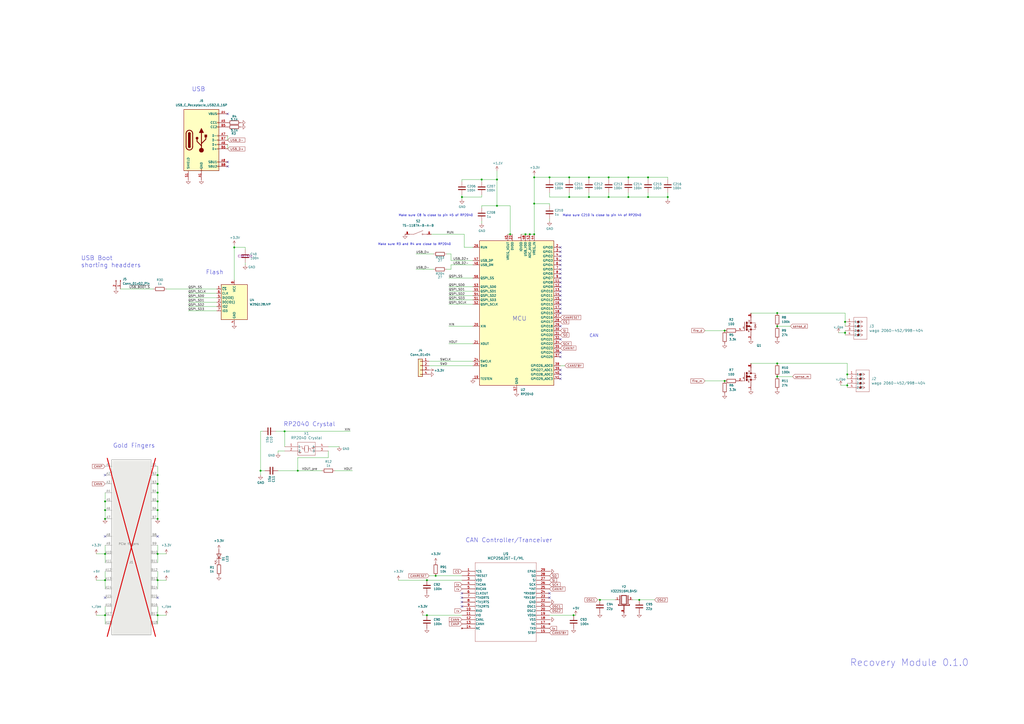
<source format=kicad_sch>
(kicad_sch (version 20250114) (generator "eeschema") (generator_version "9.0")
  (paper "A2")
  (text "Make sure C210 is close to pin 44 of RP2040" (at 326.39 125.73 0) (effects (font (size 1.27 1.27)) (justify left bottom)))
  (text "Make sure C8 is close to pin 45 of RP2040" (at 231.14 125.73 0) (effects (font (size 1.27 1.27)) (justify left bottom)))
  (text "RP2040 Crystal" (at 164.465 247.65 0) (effects (font (size 2.54 2.54)) (justify left bottom)))
  (text "USB" (at 111.252 53.34 0) (effects (font (size 2.54 2.54)) (justify left bottom)))
  (text "Make sure R3 and R4 are close to RP2040" (at 261.62 142.494 0) (effects (font (size 1.27 1.27)) (justify right bottom)))
  (text "CAN" (at 341.884 195.834 0) (effects (font (size 1.778 1.778)) (justify left bottom)))
  (text "USB Boot \nshorting headders" (at 46.99 155.448 0) (effects (font (size 2.54 2.54)) (justify left bottom)))
  (text "Recovery Module 0.1.0" (at 493.014 386.842 0) (effects (font (size 4 4)) (justify left bottom)))
  (text "Gold Fingers" (at 65.532 260.096 0) (effects (font (size 2.54 2.54)) (justify left bottom)))
  (text "MCU" (at 297.18 186.436 0) (effects (font (size 2.54 2.54)) (justify left bottom)))
  (text "CAN Controller/Tranceiver" (at 270.002 314.96 0) (effects (font (size 2.54 2.54)) (justify left bottom)))
  (text "Flash" (at 119.38 159.512 0) (effects (font (size 2.54 2.54)) (justify left bottom)))
  (junction (at 252.73 334.01))
  (junction (at 151.13 273.05))
  (junction (at 491.49 223.52))
  (junction (at 91.44 295.91))
  (junction (at 330.2 114.3))
  (junction (at 91.44 285.75))
  (junction (at 60.96 321.31))
  (junction (at 91.44 280.67))
  (junction (at 135.89 143.51))
  (junction (at 491.49 217.17))
  (junction (at 60.96 295.91))
  (junction (at 370.84 347.98))
  (junction (at 91.44 300.99))
  (junction (at 420.37 191.77))
  (junction (at 490.22 186.69))
  (junction (at 450.85 181.61))
  (junction (at 341.63 102.87))
  (junction (at 91.44 356.87))
  (junction (at 91.44 290.83))
  (junction (at 288.29 104.14))
  (junction (at 288.29 119.38))
  (junction (at 267.97 114.3))
  (junction (at 330.2 102.87))
  (junction (at 318.77 102.87))
  (junction (at 247.65 336.55))
  (junction (at 60.96 300.99))
  (junction (at 295.91 135.89))
  (junction (at 450.85 189.23))
  (junction (at 309.88 118.11))
  (junction (at 91.44 275.59))
  (junction (at 307.34 135.89))
  (junction (at 309.88 135.89))
  (junction (at 309.88 102.87))
  (junction (at 420.37 220.98))
  (junction (at 341.63 114.3))
  (junction (at 490.22 193.04))
  (junction (at 91.44 336.55))
  (junction (at 247.65 356.87))
  (junction (at 347.98 347.98))
  (junction (at 375.92 114.3))
  (junction (at 364.49 102.87))
  (junction (at 332.74 356.87))
  (junction (at 172.72 273.05))
  (junction (at 60.96 290.83))
  (junction (at 353.06 114.3))
  (junction (at 304.8 135.89))
  (junction (at 375.92 102.87))
  (junction (at 91.44 321.31))
  (junction (at 353.06 102.87))
  (junction (at 450.85 218.44))
  (junction (at 387.35 114.3))
  (junction (at 279.4 104.14))
  (junction (at 165.1 250.19))
  (junction (at 450.85 210.82))
  (junction (at 364.49 114.3))
  (junction (at 60.96 336.55))
  (junction (at 60.96 356.87))
  (no_connect (at 91.44 346.71))
  (no_connect (at 325.12 148.59))
  (no_connect (at 318.77 344.17))
  (no_connect (at 132.08 96.52))
  (no_connect (at 325.12 163.83))
  (no_connect (at 132.08 93.98))
  (no_connect (at 325.12 161.29))
  (no_connect (at 325.12 179.07))
  (no_connect (at 91.44 311.15))
  (no_connect (at 267.97 351.79))
  (no_connect (at 325.12 171.45))
  (no_connect (at 325.12 166.37))
  (no_connect (at 325.12 146.05))
  (no_connect (at 60.96 346.71))
  (no_connect (at 325.12 217.17))
  (no_connect (at 325.12 189.23))
  (no_connect (at 325.12 207.01))
  (no_connect (at 267.97 344.17))
  (no_connect (at 325.12 196.85))
  (no_connect (at 325.12 156.21))
  (no_connect (at 325.12 168.91))
  (no_connect (at 267.97 346.71))
  (no_connect (at 325.12 158.75))
  (no_connect (at 325.12 143.51))
  (no_connect (at 325.12 176.53))
  (no_connect (at 325.12 204.47))
  (no_connect (at 325.12 153.67))
  (no_connect (at 267.97 349.25))
  (no_connect (at 60.96 275.59))
  (no_connect (at 132.08 66.04))
  (no_connect (at 325.12 173.99))
  (no_connect (at 60.96 311.15))
  (no_connect (at 325.12 151.13))
  (no_connect (at 325.12 181.61))
  (no_connect (at 318.77 346.71))
  (no_connect (at 325.12 214.63))
  (no_connect (at 325.12 219.71))
  (wire (pts (xy 450.85 210.82) (xy 435.61 210.82)))
  (wire (pts (xy 261.62 156.21) (xy 261.62 153.67)))
  (wire (pts (xy 260.35 171.45) (xy 274.32 171.45)))
  (wire (pts (xy 60.96 356.87) (xy 60.96 351.79)))
  (wire (pts (xy 55.88 356.87) (xy 60.96 356.87)))
  (wire (pts (xy 486.41 193.04) (xy 490.22 193.04)))
  (wire (pts (xy 91.44 290.83) (xy 91.44 295.91)))
  (wire (pts (xy 309.88 118.11) (xy 318.77 118.11)))
  (wire (pts (xy 304.8 135.89) (xy 307.34 135.89)))
  (wire (pts (xy 279.4 120.65) (xy 279.4 119.38)))
  (wire (pts (xy 172.72 265.43) (xy 172.72 273.05)))
  (wire (pts (xy 261.62 147.32) (xy 261.62 151.13)))
  (wire (pts (xy 279.4 104.14) (xy 288.29 104.14)))
  (wire (pts (xy 109.22 170.18) (xy 125.73 170.18)))
  (wire (pts (xy 450.85 181.61) (xy 435.61 181.61)))
  (wire (pts (xy 60.96 285.75) (xy 60.96 290.83)))
  (wire (pts (xy 91.44 356.87) (xy 91.44 351.79)))
  (wire (pts (xy 274.32 176.53) (xy 260.35 176.53)))
  (wire (pts (xy 248.92 212.09) (xy 274.32 212.09)))
  (wire (pts (xy 267.97 113.03) (xy 267.97 114.3)))
  (wire (pts (xy 91.44 321.31) (xy 91.44 326.39)))
  (wire (pts (xy 269.24 135.89) (xy 250.19 135.89)))
  (wire (pts (xy 91.44 295.91) (xy 91.44 300.99)))
  (wire (pts (xy 375.92 114.3) (xy 387.35 114.3)))
  (wire (pts (xy 318.77 127) (xy 318.77 128.27)))
  (wire (pts (xy 160.02 250.19) (xy 165.1 250.19)))
  (wire (pts (xy 288.29 119.38) (xy 295.91 119.38)))
  (wire (pts (xy 247.65 336.55) (xy 267.97 336.55)))
  (wire (pts (xy 408.94 191.77) (xy 420.37 191.77)))
  (wire (pts (xy 161.29 261.62) (xy 161.29 262.89)))
  (wire (pts (xy 487.68 223.52) (xy 491.49 223.52)))
  (wire (pts (xy 327.66 212.09) (xy 325.12 212.09)))
  (wire (pts (xy 241.3 147.32) (xy 251.46 147.32)))
  (wire (pts (xy 135.89 143.51) (xy 135.89 162.56)))
  (wire (pts (xy 135.89 142.24) (xy 135.89 143.51)))
  (wire (pts (xy 375.92 114.3) (xy 364.49 114.3)))
  (wire (pts (xy 194.31 273.05) (xy 204.47 273.05)))
  (wire (pts (xy 341.63 114.3) (xy 330.2 114.3)))
  (wire (pts (xy 267.97 114.3) (xy 279.4 114.3)))
  (wire (pts (xy 190.5 261.62) (xy 190.5 265.43)))
  (wire (pts (xy 491.49 210.82) (xy 450.85 210.82)))
  (wire (pts (xy 231.14 336.55) (xy 247.65 336.55)))
  (wire (pts (xy 248.92 209.55) (xy 274.32 209.55)))
  (wire (pts (xy 375.92 104.14) (xy 375.92 102.87)))
  (wire (pts (xy 387.35 114.3) (xy 387.35 115.57)))
  (wire (pts (xy 125.73 172.72) (xy 109.22 172.72)))
  (wire (pts (xy 364.49 111.76) (xy 364.49 114.3)))
  (wire (pts (xy 375.92 111.76) (xy 375.92 114.3)))
  (wire (pts (xy 318.77 356.87) (xy 332.74 356.87)))
  (wire (pts (xy 245.11 356.87) (xy 247.65 356.87)))
  (wire (pts (xy 151.13 273.05) (xy 151.13 275.59)))
  (wire (pts (xy 267.97 104.14) (xy 279.4 104.14)))
  (wire (pts (xy 260.35 166.37) (xy 274.32 166.37)))
  (wire (pts (xy 330.2 104.14) (xy 330.2 102.87)))
  (wire (pts (xy 490.22 189.23) (xy 490.22 186.69)))
  (wire (pts (xy 375.92 102.87) (xy 387.35 102.87)))
  (wire (pts (xy 132.08 81.28) (xy 132.08 78.74)))
  (wire (pts (xy 364.49 114.3) (xy 353.06 114.3)))
  (wire (pts (xy 91.44 336.55) (xy 91.44 331.47)))
  (wire (pts (xy 341.63 102.87) (xy 353.06 102.87)))
  (wire (pts (xy 60.96 321.31) (xy 60.96 316.23)))
  (wire (pts (xy 458.47 189.23) (xy 450.85 189.23)))
  (wire (pts (xy 353.06 104.14) (xy 353.06 102.87)))
  (wire (pts (xy 274.32 199.39) (xy 260.35 199.39)))
  (wire (pts (xy 267.97 105.41) (xy 267.97 104.14)))
  (wire (pts (xy 142.24 144.78) (xy 142.24 143.51)))
  (wire (pts (xy 288.29 99.06) (xy 288.29 104.14)))
  (wire (pts (xy 274.32 143.51) (xy 269.24 143.51)))
  (wire (pts (xy 330.2 114.3) (xy 318.77 114.3)))
  (wire (pts (xy 307.34 135.89) (xy 309.88 135.89)))
  (wire (pts (xy 172.72 273.05) (xy 186.69 273.05)))
  (wire (pts (xy 295.91 119.38) (xy 295.91 135.89)))
  (wire (pts (xy 267.97 114.3) (xy 267.97 115.57)))
  (wire (pts (xy 294.64 135.89) (xy 295.91 135.89)))
  (wire (pts (xy 279.4 119.38) (xy 288.29 119.38)))
  (wire (pts (xy 318.77 104.14) (xy 318.77 102.87)))
  (wire (pts (xy 341.63 111.76) (xy 341.63 114.3)))
  (wire (pts (xy 247.65 356.87) (xy 267.97 356.87)))
  (wire (pts (xy 408.94 220.98) (xy 420.37 220.98)))
  (wire (pts (xy 142.24 143.51) (xy 135.89 143.51)))
  (wire (pts (xy 91.44 280.67) (xy 91.44 285.75)))
  (wire (pts (xy 387.35 111.76) (xy 387.35 114.3)))
  (wire (pts (xy 91.44 321.31) (xy 91.44 316.23)))
  (wire (pts (xy 491.49 219.71) (xy 491.49 217.17)))
  (wire (pts (xy 60.96 356.87) (xy 60.96 361.95)))
  (wire (pts (xy 279.4 105.41) (xy 279.4 104.14)))
  (wire (pts (xy 261.62 153.67) (xy 274.32 153.67)))
  (wire (pts (xy 60.96 295.91) (xy 60.96 300.99)))
  (wire (pts (xy 125.73 180.34) (xy 109.22 180.34)))
  (wire (pts (xy 318.77 102.87) (xy 330.2 102.87)))
  (wire (pts (xy 60.96 321.31) (xy 60.96 326.39)))
  (wire (pts (xy 151.13 250.19) (xy 151.13 273.05)))
  (wire (pts (xy 96.52 167.64) (xy 125.73 167.64)))
  (wire (pts (xy 55.88 336.55) (xy 60.96 336.55)))
  (wire (pts (xy 318.77 111.76) (xy 318.77 114.3)))
  (wire (pts (xy 190.5 259.08) (xy 196.85 259.08)))
  (wire (pts (xy 309.88 118.11) (xy 309.88 135.89)))
  (wire (pts (xy 491.49 223.52) (xy 491.49 224.79)))
  (wire (pts (xy 165.1 250.19) (xy 203.2 250.19)))
  (wire (pts (xy 91.44 285.75) (xy 91.44 290.83)))
  (wire (pts (xy 55.88 321.31) (xy 60.96 321.31)))
  (wire (pts (xy 490.22 193.04) (xy 490.22 194.31)))
  (wire (pts (xy 490.22 191.77) (xy 490.22 193.04)))
  (wire (pts (xy 364.49 104.14) (xy 364.49 102.87)))
  (wire (pts (xy 318.77 119.38) (xy 318.77 118.11)))
  (wire (pts (xy 69.85 167.64) (xy 88.9 167.64)))
  (wire (pts (xy 332.74 356.87) (xy 334.01 356.87)))
  (wire (pts (xy 96.52 321.31) (xy 91.44 321.31)))
  (wire (pts (xy 269.24 143.51) (xy 269.24 135.89)))
  (wire (pts (xy 490.22 181.61) (xy 450.85 181.61)))
  (wire (pts (xy 353.06 111.76) (xy 353.06 114.3)))
  (wire (pts (xy 459.74 218.44) (xy 450.85 218.44)))
  (wire (pts (xy 288.29 104.14) (xy 288.29 119.38)))
  (wire (pts (xy 125.73 175.26) (xy 109.22 175.26)))
  (wire (pts (xy 96.52 356.87) (xy 91.44 356.87)))
  (wire (pts (xy 142.24 152.4) (xy 142.24 153.67)))
  (wire (pts (xy 353.06 114.3) (xy 341.63 114.3)))
  (wire (pts (xy 491.49 222.25) (xy 491.49 223.52)))
  (wire (pts (xy 259.08 156.21) (xy 261.62 156.21)))
  (wire (pts (xy 60.96 336.55) (xy 60.96 341.63)))
  (wire (pts (xy 260.35 173.99) (xy 274.32 173.99)))
  (wire (pts (xy 248.92 334.01) (xy 252.73 334.01)))
  (wire (pts (xy 151.13 250.19) (xy 152.4 250.19)))
  (wire (pts (xy 367.03 347.98) (xy 370.84 347.98)))
  (wire (pts (xy 132.08 83.82) (xy 132.08 86.36)))
  (wire (pts (xy 341.63 104.14) (xy 341.63 102.87)))
  (wire (pts (xy 161.29 273.05) (xy 172.72 273.05)))
  (wire (pts (xy 91.44 356.87) (xy 91.44 361.95)))
  (wire (pts (xy 252.73 334.01) (xy 267.97 334.01)))
  (wire (pts (xy 260.35 189.23) (xy 274.32 189.23)))
  (wire (pts (xy 60.96 290.83) (xy 60.96 295.91)))
  (wire (pts (xy 490.22 186.69) (xy 490.22 181.61)))
  (wire (pts (xy 161.29 261.62) (xy 165.1 261.62)))
  (wire (pts (xy 309.88 101.6) (xy 309.88 102.87)))
  (wire (pts (xy 309.88 102.87) (xy 318.77 102.87)))
  (wire (pts (xy 241.3 156.21) (xy 251.46 156.21)))
  (wire (pts (xy 96.52 336.55) (xy 91.44 336.55)))
  (wire (pts (xy 274.32 161.29) (xy 260.35 161.29)))
  (wire (pts (xy 364.49 102.87) (xy 375.92 102.87)))
  (wire (pts (xy 330.2 111.76) (xy 330.2 114.3)))
  (wire (pts (xy 261.62 151.13) (xy 274.32 151.13)))
  (wire (pts (xy 153.67 273.05) (xy 151.13 273.05)))
  (wire (pts (xy 190.5 265.43) (xy 172.72 265.43)))
  (wire (pts (xy 279.4 128.27) (xy 279.4 129.54)))
  (wire (pts (xy 309.88 102.87) (xy 309.88 118.11)))
  (wire (pts (xy 295.91 135.89) (xy 297.18 135.89)))
  (wire (pts (xy 91.44 270.51) (xy 91.44 275.59)))
  (wire (pts (xy 370.84 347.98) (xy 379.73 347.98)))
  (wire (pts (xy 165.1 250.19) (xy 165.1 259.08)))
  (wire (pts (xy 259.08 147.32) (xy 261.62 147.32)))
  (wire (pts (xy 387.35 104.14) (xy 387.35 102.87)))
  (wire (pts (xy 279.4 114.3) (xy 279.4 113.03)))
  (wire (pts (xy 60.96 336.55) (xy 60.96 331.47)))
  (wire (pts (xy 260.35 168.91) (xy 274.32 168.91)))
  (wire (pts (xy 353.06 102.87) (xy 364.49 102.87)))
  (wire (pts (xy 91.44 336.55) (xy 91.44 341.63)))
  (wire (pts (xy 491.49 217.17) (xy 491.49 210.82)))
  (wire (pts (xy 91.44 275.59) (xy 91.44 280.67)))
  (wire (pts (xy 347.98 347.98) (xy 356.87 347.98)))
  (wire (pts (xy 330.2 102.87) (xy 341.63 102.87)))
  (wire (pts (xy 302.26 135.89) (xy 304.8 135.89)))
  (wire (pts (xy 346.71 347.98) (xy 347.98 347.98)))
  (wire (pts (xy 125.73 177.8) (xy 109.22 177.8)))
  (label "USB_D2+" (at 262.89 151.13 0))
  (label "XOUT_pre" (at 184.15 273.05 180))
  (label "~{USB_BOOT_S}" (at 74.93 167.64 0))
  (label "QSPI_SD3" (at 260.35 173.99 0))
  (label "QSPI_SD1" (at 109.22 175.26 0))
  (label "XIN" (at 260.35 189.23 0))
  (label "USB_D+" (at 241.3 147.32 0))
  (label "SWD" (at 255.27 212.09 0))
  (label "QSPI_SS" (at 109.22 167.64 0))
  (label "QSPI_SD3" (at 109.22 180.34 0))
  (label "XIN" (at 203.2 250.19 180))
  (label "QSPI_SD2" (at 109.22 177.8 0))
  (label "QSPI_SS" (at 260.35 161.29 0))
  (label "XOUT" (at 204.47 273.05 180))
  (label "SWCLK" (at 255.27 209.55 0))
  (label "QSPI_SCLK" (at 109.22 170.18 0))
  (label "QSPI_SD1" (at 260.35 168.91 0))
  (label "QSPI_SCLK" (at 260.35 176.53 0))
  (label "USB_D-" (at 241.3 156.21 0))
  (label "USB_D2-" (at 262.89 153.67 0))
  (label "QSPI_SD2" (at 260.35 171.45 0))
  (label "QSPI_SD0" (at 109.22 172.72 0))
  (label "XOUT" (at 260.35 199.39 0))
  (label "RUN" (at 259.08 135.89 0))
  (label "QSPI_SD0" (at 260.35 166.37 0))
  (global_label "tx" (shape input) (at 267.97 339.09 180) (property "Intersheetrefs" "${INTERSHEET_REFS}" (effects (hide yes))))
  (global_label "CANN" (shape input) (at 267.97 359.41 180) (property "Intersheetrefs" "${INTERSHEET_REFS}" (effects (hide yes))))
  (global_label "OSC1" (shape input) (at 346.71 347.98 180) (property "Intersheetrefs" "${INTERSHEET_REFS}" (effects (hide yes))))
  (global_label "CANN" (shape input) (at 60.96 280.67 180) (property "Intersheetrefs" "${INTERSHEET_REFS}" (effects (hide yes))))
  (global_label "CANP" (shape input) (at 267.97 361.95 180) (property "Intersheetrefs" "${INTERSHEET_REFS}" (effects (hide yes))))
  (global_label "CANSTBY" (shape input) (at 318.77 367.03 0) (property "Intersheetrefs" "${INTERSHEET_REFS}" (effects (hide yes))))
  (global_label "SCK" (shape input) (at 325.12 199.39 0) (property "Intersheetrefs" "${INTERSHEET_REFS}" (effects (hide yes))))
  (global_label "OSC1" (shape input) (at 318.77 351.79 0) (property "Intersheetrefs" "${INTERSHEET_REFS}" (effects (hide yes))))
  (global_label "CS" (shape input) (at 325.12 186.69 0) (property "Intersheetrefs" "${INTERSHEET_REFS}" (effects (hide yes))))
  (global_label "CANSTBY" (shape input) (at 327.66 212.09 0) (property "Intersheetrefs" "${INTERSHEET_REFS}" (effects (hide yes))))
  (global_label "USB_D+" (shape input) (at 132.08 86.36 0) (property "Intersheetrefs" "${INTERSHEET_REFS}" (effects (hide yes))))
  (global_label "CANRESET" (shape input) (at 325.12 184.15 0) (property "Intersheetrefs" "${INTERSHEET_REFS}" (effects (hide yes))))
  (global_label "fire_m" (shape input) (at 408.94 220.98 180) (property "Intersheetrefs" "${INTERSHEET_REFS}" (effects (hide yes))))
  (global_label "rx" (shape input) (at 267.97 341.63 180) (property "Intersheetrefs" "${INTERSHEET_REFS}" (effects (hide yes))))
  (global_label "CANRESET" (shape input) (at 248.92 334.01 180) (property "Intersheetrefs" "${INTERSHEET_REFS}" (effects (hide yes))))
  (global_label "SO" (shape input) (at 318.77 334.01 0) (property "Intersheetrefs" "${INTERSHEET_REFS}" (effects (hide yes))))
  (global_label "OSC2" (shape input) (at 379.73 347.98 0) (property "Intersheetrefs" "${INTERSHEET_REFS}" (effects (hide yes))))
  (global_label "SCK" (shape input) (at 318.77 339.09 0) (property "Intersheetrefs" "${INTERSHEET_REFS}" (effects (hide yes))))
  (global_label "tx" (shape input) (at 318.77 364.49 0) (property "Intersheetrefs" "${INTERSHEET_REFS}" (effects (hide yes))))
  (global_label "CS" (shape input) (at 267.97 331.47 180) (property "Intersheetrefs" "${INTERSHEET_REFS}" (effects (hide yes))))
  (global_label "sense_d" (shape input) (at 458.47 189.23 0) (property "Intersheetrefs" "${INTERSHEET_REFS}" (effects (hide yes))))
  (global_label "SI" (shape input) (at 325.12 191.77 0) (property "Intersheetrefs" "${INTERSHEET_REFS}" (effects (hide yes))))
  (global_label "CANINT" (shape input) (at 325.12 201.93 0) (property "Intersheetrefs" "${INTERSHEET_REFS}" (effects (hide yes))))
  (global_label "SI" (shape input) (at 318.77 336.55 0) (property "Intersheetrefs" "${INTERSHEET_REFS}" (effects (hide yes))))
  (global_label "OSC2" (shape input) (at 318.77 354.33 0) (property "Intersheetrefs" "${INTERSHEET_REFS}" (effects (hide yes))))
  (global_label "sense_m" (shape input) (at 459.74 218.44 0) (property "Intersheetrefs" "${INTERSHEET_REFS}" (effects (hide yes))))
  (global_label "fire_d" (shape input) (at 408.94 191.77 180) (property "Intersheetrefs" "${INTERSHEET_REFS}" (effects (hide yes))))
  (global_label "SO" (shape input) (at 325.12 194.31 0) (property "Intersheetrefs" "${INTERSHEET_REFS}" (effects (hide yes))))
  (global_label "CANINT" (shape input) (at 318.77 341.63 0) (property "Intersheetrefs" "${INTERSHEET_REFS}" (effects (hide yes))))
  (global_label "USB_D-" (shape input) (at 132.08 81.28 0) (property "Intersheetrefs" "${INTERSHEET_REFS}" (effects (hide yes))))
  (global_label "CANP" (shape input) (at 60.96 270.51 180) (property "Intersheetrefs" "${INTERSHEET_REFS}" (effects (hide yes))))
  (global_label "rx" (shape input) (at 267.97 354.33 180) (property "Intersheetrefs" "${INTERSHEET_REFS}" (effects (hide yes))))
  (symbol (lib_id "Device:C") (at 330.2 107.95 0) (unit 1)
    (property "Reference" "C211" (at 333.121 106.7816 0) (effects (justify left)))
    (property "Value" "100n" (at 333.121 109.093 0) (effects (justify left)))
    (property "Footprint" "Capacitor_SMD:C_0402_1005Metric" (effects (hide yes)))
    (property "info" "100nF Cap" (effects (hide yes)))
    (property "LCSC Part #" "C307331" (effects (hide yes)))
    (property "basic?" "yes" (effects (hide yes)))
    (property "price" "C$0.0077 " (effects (hide yes)))
    (property "JLC Link" "https://jlcpcb.com/partdetail/291005-CL05B104KB54PNC/C307331" (effects (hide yes)))
    (property "LCSC PN" "C307331" (effects (hide yes)))
  )
  (symbol (lib_id "power:GND") (at 435.61 196.85 0) (unit 1)
    (property "Reference" "#PWR036" (effects (hide yes)))
    (property "Value" "GND" (effects (hide yes)))
    (property "Description" "Power symbol creates a global label with name \"GND\" , ground" (effects (hide yes)))
  )
  (symbol (lib_id "power:GND") (at 435.61 226.06 0) (unit 1)
    (property "Reference" "#PWR037" (effects (hide yes)))
    (property "Value" "GND" (effects (hide yes)))
    (property "Description" "Power symbol creates a global label with name \"GND\" , ground" (effects (hide yes)))
  )
  (symbol (lib_id "power:VAA") (at 55.88 321.31 0) (unit 1)
    (property "Reference" "#PWR022" (effects (hide yes)))
    (property "Value" "+3.3V" (at 55.88 316.23 0))
    (property "Description" "Power symbol creates a global label with name \"VAA\"" (effects (hide yes)))
  )
  (symbol (lib_id "Device:C") (at 247.65 340.36 0) (unit 1)
    (property "Reference" "C92" (at 251.46 339.0899 0) (effects (justify left)))
    (property "Value" "100n" (at 251.46 341.6299 0) (effects (justify left)))
    (property "Footprint" "Capacitor_SMD:C_0402_1005Metric" (effects (hide yes)))
    (property "info" "100nF Cap" (effects (hide yes)))
    (property "JLC Link" "https://jlcpcb.com/partdetail/291005-CL05B104KB54PNC/C307331" (effects (hide yes)))
    (property "LCSC Part #" "C307331" (effects (hide yes)))
    (property "basic?" "yes" (effects (hide yes)))
    (property "price" "C$0.0077 " (effects (hide yes)))
    (property "LCSC PN" "C307331" (effects (hide yes)))
  )
  (symbol (lib_id "power:GND") (at 91.44 300.99 0) (unit 1)
    (property "Reference" "#PWR014" (effects (hide yes)))
    (property "Value" "GND" (effects (hide yes)))
    (property "Description" "Power symbol creates a global label with name \"GND\" , ground" (effects (hide yes)))
  )
  (symbol (lib_id "power:GND") (at 420.37 199.39 0) (unit 1)
    (property "Reference" "#PWR042" (effects (hide yes)))
    (property "Value" "GND" (effects (hide yes)))
    (property "Description" "Power symbol creates a global label with name \"GND\" , ground" (effects (hide yes)))
  )
  (symbol (lib_id "power:GND") (at 361.95 355.6 0) (unit 1)
    (property "Reference" "#PWR080" (effects (hide yes)))
    (property "Value" "GND" (effects (hide yes)))
    (property "Description" "Power symbol creates a global label with name \"GND\" , ground" (effects (hide yes)))
  )
  (symbol (lib_id "power:VAA") (at 96.52 336.55 0) (unit 1)
    (property "Reference" "#PWR021" (effects (hide yes)))
    (property "Value" "+5V" (at 96.52 331.47 0))
    (property "Description" "Power symbol creates a global label with name \"VAA\"" (effects (hide yes)))
  )
  (symbol (lib_id "Device:C") (at 353.06 107.95 0) (unit 1)
    (property "Reference" "C213" (at 355.981 106.7816 0) (effects (justify left)))
    (property "Value" "100n" (at 355.981 109.093 0) (effects (justify left)))
    (property "Footprint" "Capacitor_SMD:C_0402_1005Metric" (effects (hide yes)))
    (property "info" "100nF Cap" (effects (hide yes)))
    (property "LCSC Part #" "C307331" (effects (hide yes)))
    (property "basic?" "yes" (effects (hide yes)))
    (property "price" "C$0.0077 " (effects (hide yes)))
    (property "JLC Link" "https://jlcpcb.com/partdetail/291005-CL05B104KB54PNC/C307331" (effects (hide yes)))
    (property "LCSC PN" "C307331" (effects (hide yes)))
  )
  (symbol (lib_id "power:GND") (at 332.74 364.49 0) (unit 1)
    (property "Reference" "#PWR030" (effects (hide yes)))
    (property "Value" "GND" (effects (hide yes)))
    (property "Description" "Power symbol creates a global label with name \"GND\" , ground" (effects (hide yes)))
  )
  (symbol (lib_id "power:VAA") (at 55.88 336.55 0) (unit 1)
    (property "Reference" "#PWR010" (effects (hide yes)))
    (property "Value" "+5V" (at 55.88 331.47 0))
    (property "Description" "Power symbol creates a global label with name \"VAA\"" (effects (hide yes)))
  )
  (symbol (lib_id "power:+3V3") (at 135.89 142.24 0) (unit 1)
    (property "Reference" "#PWR012" (effects (hide yes)))
    (property "Value" "+3.3V" (at 136.271 137.8458 0))
  )
  (symbol (lib_id "power:GND") (at 116.84 104.14 0) (unit 1)
    (property "Reference" "#PWR029" (effects (hide yes)))
    (property "Value" "GND" (effects (hide yes)))
    (property "Description" "Power symbol creates a global label with name \"GND\" , ground" (effects (hide yes)))
  )
  (symbol (lib_id "Device:R") (at 420.37 224.79 180) (unit 1)
    (property "Reference" "R6" (at 422.91 223.5199 0) (effects (justify right)))
    (property "Value" "3.3k" (at 422.91 226.0599 0) (effects (justify right)))
    (property "Footprint" "Resistor_SMD:R_0402_1005Metric" (effects (hide yes)))
    (property "Description" "Resistor" (effects (hide yes)))
  )
  (symbol (lib_id "Connector:Conn_01x02_Pin") (at 69.85 162.56 270) (unit 1)
    (property "Reference" "J5" (at 71.12 161.9249 90) (effects (justify left)))
    (property "Value" "Conn_01x02_Pin" (at 71.12 164.4649 90) (effects (justify left)))
    (property "Footprint" "Connector_PinHeader_2.54mm:PinHeader_1x02_P2.54mm_Vertical" (effects (hide yes)))
    (property "Description" "Generic connector, single row, 01x02, script generated" (effects (hide yes)))
  )
  (symbol (lib_id "power:GND") (at 274.32 219.71 0) (unit 1)
    (property "Reference" "#PWR024" (effects (hide yes)))
    (property "Value" "GND" (effects (hide yes)))
    (property "Description" "Power symbol creates a global label with name \"GND\" , ground" (effects (hide yes)))
  )
  (symbol (lib_id "Device:C") (at 247.65 360.68 0) (unit 1)
    (property "Reference" "C90" (at 251.46 359.4099 0) (effects (justify left)))
    (property "Value" "100n" (at 251.46 361.9499 0) (effects (justify left)))
    (property "Footprint" "Capacitor_SMD:C_0402_1005Metric" (effects (hide yes)))
    (property "info" "100nF Cap" (effects (hide yes)))
    (property "JLC Link" "https://jlcpcb.com/partdetail/291005-CL05B104KB54PNC/C307331" (effects (hide yes)))
    (property "LCSC Part #" "C307331" (effects (hide yes)))
    (property "basic?" "yes" (effects (hide yes)))
    (property "price" "C$0.0077 " (effects (hide yes)))
    (property "LCSC PN" "C307331" (effects (hide yes)))
  )
  (symbol (lib_id "power:GND") (at 420.37 228.6 0) (unit 1)
    (property "Reference" "#PWR044" (effects (hide yes)))
    (property "Value" "GND" (effects (hide yes)))
    (property "Description" "Power symbol creates a global label with name \"GND\" , ground" (effects (hide yes)))
  )
  (symbol (lib_id "power:GND") (at 347.98 355.6 0) (unit 1)
    (property "Reference" "#PWR032" (effects (hide yes)))
    (property "Value" "GND" (effects (hide yes)))
    (property "Description" "Power symbol creates a global label with name \"GND\" , ground" (effects (hide yes)))
  )
  (symbol (lib_id "power:+3.3V") (at 231.14 336.55 0) (unit 1)
    (property "Reference" "#PWR074" (effects (hide yes)))
    (property "Value" "+3.3V" (at 231.14 331.47 0))
    (property "Description" "Power symbol creates a global label with name \"+3.3V\"" (effects (hide yes)))
  )
  (symbol (lib_id "Device:C") (at 267.97 109.22 0) (unit 1)
    (property "Reference" "C206" (at 270.891 108.0516 0) (effects (justify left)))
    (property "Value" "100n" (at 270.891 110.363 0) (effects (justify left)))
    (property "Footprint" "Capacitor_SMD:C_0402_1005Metric" (effects (hide yes)))
    (property "info" "100nF Cap" (effects (hide yes)))
    (property "LCSC Part #" "C307331" (effects (hide yes)))
    (property "basic?" "yes" (effects (hide yes)))
    (property "price" "C$0.0077 " (effects (hide yes)))
    (property "JLC Link" "https://jlcpcb.com/partdetail/291005-CL05B104KB54PNC/C307331" (effects (hide yes)))
    (property "LCSC PN" "C307331" (effects (hide yes)))
  )
  (symbol (lib_id "Device:R") (at 450.85 214.63 180) (unit 1)
    (property "Reference" "R10" (at 453.39 213.3599 0) (effects (justify right)))
    (property "Value" "100k" (at 453.39 215.8999 0) (effects (justify right)))
    (property "Footprint" "Resistor_SMD:R_0402_1005Metric" (effects (hide yes)))
    (property "Description" "Resistor" (effects (hide yes)))
  )
  (symbol (lib_id "power:VAA") (at 127 318.77 0) (unit 1)
    (property "Reference" "#PWR02" (effects (hide yes)))
    (property "Value" "+3.3V" (at 127 313.69 0))
    (property "Description" "Power symbol creates a global label with name \"VAA\"" (effects (hide yes)))
  )
  (symbol (lib_id "power:VAA") (at 96.52 321.31 0) (unit 1)
    (property "Reference" "#PWR023" (effects (hide yes)))
    (property "Value" "+3.3V" (at 96.52 316.23 0))
    (property "Description" "Power symbol creates a global label with name \"VAA\"" (effects (hide yes)))
  )
  (symbol (lib_id "Device:R") (at 424.18 191.77 90) (unit 1)
    (property "Reference" "R2" (at 424.18 185.42 90))
    (property "Value" "100" (at 424.18 187.96 90))
    (property "Footprint" "Resistor_SMD:R_0402_1005Metric" (effects (hide yes)))
    (property "Description" "Resistor" (effects (hide yes)))
  )
  (symbol (lib_id "4in-kicad-library:X322516MLB4SI") (at 361.95 347.98 0) (unit 1)
    (property "Reference" "Y2" (at 361.95 340.36 0))
    (property "Value" "X322516MLB4SI" (at 361.95 342.9 0))
    (property "Footprint" "4in-kicad-library:X322516MLB4SI" (effects (hide yes)))
    (property "Datasheet" "https://jlcpcb.com/api/file/downloadByFileSystemAccessId/8588879158093500416" (effects (hide yes)))
    (property "Description" "CAN Crystal" (effects (hide yes)))
    (property "JLC Link" "https://jlcpcb.com/partdetail/Yxc_CrystalOscillators-X322516MOB4SI/C12668" (effects (hide yes)))
    (property "LCSC PN" "C12668" (effects (hide yes)))
    (property "JLC Price" "0.0829" (effects (hide yes)))
  )
  (symbol (lib_id "power:VAA") (at 487.68 223.52 0) (unit 1)
    (property "Reference" "#PWR041" (effects (hide yes)))
    (property "Value" "v_lipo" (at 487.68 219.964 0))
    (property "Description" "Power symbol creates a global label with name \"VAA\"" (effects (hide yes)))
  )
  (symbol (lib_id "power:GND") (at 139.7 73.66 90) (unit 1)
    (property "Reference" "#PWR019" (effects (hide yes)))
    (property "Value" "GND" (effects (hide yes)))
    (property "Description" "Power symbol creates a global label with name \"GND\" , ground" (effects (hide yes)))
  )
  (symbol (lib_id "Device:C") (at 364.49 107.95 0) (unit 1)
    (property "Reference" "C214" (at 367.411 106.7816 0) (effects (justify left)))
    (property "Value" "100n" (at 367.411 109.093 0) (effects (justify left)))
    (property "Footprint" "Capacitor_SMD:C_0402_1005Metric" (effects (hide yes)))
    (property "info" "100nF Cap" (effects (hide yes)))
    (property "LCSC Part #" "C307331" (effects (hide yes)))
    (property "basic?" "yes" (effects (hide yes)))
    (property "price" "C$0.0077 " (effects (hide yes)))
    (property "JLC Link" "https://jlcpcb.com/partdetail/291005-CL05B104KB54PNC/C307331" (effects (hide yes)))
    (property "LCSC PN" "C307331" (effects (hide yes)))
  )
  (symbol (lib_id "power:GND") (at 370.84 355.6 0) (unit 1)
    (property "Reference" "#PWR031" (effects (hide yes)))
    (property "Value" "GND" (effects (hide yes)))
    (property "Description" "Power symbol creates a global label with name \"GND\" , ground" (effects (hide yes)))
  )
  (symbol (lib_id "power:+3.3V") (at 252.73 326.39 0) (unit 1)
    (property "Reference" "#PWR079" (effects (hide yes)))
    (property "Value" "+3.3V" (at 252.73 321.31 0))
    (property "Description" "Power symbol creates a global label with name \"+3.3V\"" (effects (hide yes)))
  )
  (symbol (lib_id "Device:C") (at 156.21 250.19 270) (unit 1)
    (property "Reference" "C10" (at 157.3784 253.111 0) (effects (justify left)))
    (property "Value" "15p" (at 155.067 253.111 0) (effects (justify left)))
    (property "Footprint" "Capacitor_SMD:C_0402_1005Metric" (effects (hide yes)))
    (property "LCSC Part #" "C1548" (effects (hide yes)))
    (property "basic?" "yes" (effects (hide yes)))
    (property "info" "15pF Cap" (effects (hide yes)))
    (property "price" "C$0.0013 " (effects (hide yes)))
    (property "JLC Link" "https://jlcpcb.com/partdetail/1900-0402CG150J500NT/C1548" (effects (hide yes)))
    (property "LCSC PN" "C1548" (effects (hide yes)))
  )
  (symbol (lib_id "Device:R") (at 255.27 156.21 90) (unit 1)
    (property "Reference" "R204" (at 255.27 158.75 90))
    (property "Value" "27" (at 255.27 160.782 90))
    (property "Footprint" "Resistor_SMD:R_0402_1005Metric" (effects (hide yes)))
    (property "LCSC Part #" "C25100" (effects (hide yes)))
    (property "basic?" "no" (effects (hide yes)))
    (property "info" "27 ohm" (effects (hide yes)))
    (property "price" "C$0.0007 " (effects (hide yes)))
    (property "JLC Link" "https://jlcpcb.com/partdetail/25843-0402WGF270JTCE/C25100" (effects (hide yes)))
    (property "LCSC PN" "C25100" (effects (hide yes)))
  )
  (symbol (lib_id "Device:C") (at 279.4 124.46 0) (unit 1)
    (property "Reference" "C208" (at 282.321 123.2916 0) (effects (justify left)))
    (property "Value" "1u" (at 282.321 125.603 0) (effects (justify left)))
    (property "Footprint" "Capacitor_SMD:C_0402_1005Metric" (effects (hide yes)))
    (property "info" "1uF Cap" (effects (hide yes)))
    (property "LCSC Part #" "C52923" (effects (hide yes)))
    (property "basic?" "yes" (effects (hide yes)))
    (property "price" "C$0.0041 " (effects (hide yes)))
    (property "JLC Link" "https://jlcpcb.com/partdetail/53938-CL05A105KA5NQNC/C52923" (effects (hide yes)))
    (property "LCSC PN" "C52923" (effects (hide yes)))
  )
  (symbol (lib_id "power:GND") (at 318.77 349.25 90) (unit 1)
    (property "Reference" "#PWR076" (effects (hide yes)))
    (property "Value" "GND" (effects (hide yes)))
    (property "Description" "Power symbol creates a global label with name \"GND\" , ground" (effects (hide yes)))
  )
  (symbol (lib_id "Device:R") (at 252.73 330.2 0) (unit 1)
    (property "Reference" "R91" (at 255.27 328.9299 0) (effects (justify left)))
    (property "Value" "10k" (at 255.27 331.4699 0) (effects (justify left)))
    (property "Footprint" "Resistor_SMD:R_0402_1005Metric" (effects (hide yes)))
    (property "JLC Link" "https://jlcpcb.com/partdetail/26487-0402WGF1002TCE/C25744" (effects (hide yes)))
    (property "LCSC Part #" "C25744" (effects (hide yes)))
    (property "basic?" "yes" (effects (hide yes)))
    (property "info" "10k ohm" (effects (hide yes)))
    (property "price" "C$0.0007 " (effects (hide yes)))
    (property "LCSC PN" "C25744" (effects (hide yes)))
  )
  (symbol (lib_id "power:+3.3V") (at 245.11 356.87 0) (unit 1)
    (property "Reference" "#PWR073" (effects (hide yes)))
    (property "Value" "+3.3V" (at 245.11 351.79 0))
    (property "Description" "Power symbol creates a global label with name \"+3.3V\"" (effects (hide yes)))
  )
  (symbol (lib_id "Device:C") (at 318.77 123.19 0) (unit 1)
    (property "Reference" "C210" (at 321.691 122.0216 0) (effects (justify left)))
    (property "Value" "1u" (at 321.691 124.333 0) (effects (justify left)))
    (property "Footprint" "Capacitor_SMD:C_0402_1005Metric" (effects (hide yes)))
    (property "info" "1uF Cap" (effects (hide yes)))
    (property "LCSC Part #" "C52923" (effects (hide yes)))
    (property "basic?" "yes" (effects (hide yes)))
    (property "price" "C$0.0041 " (effects (hide yes)))
    (property "JLC Link" "https://jlcpcb.com/partdetail/53938-CL05A105KA5NQNC/C52923" (effects (hide yes)))
    (property "LCSC PN" "C52923" (effects (hide yes)))
  )
  (symbol (lib_id "power:GND") (at 109.22 104.14 0) (unit 1)
    (property "Reference" "#PWR028" (effects (hide yes)))
    (property "Value" "GND" (effects (hide yes)))
    (property "Description" "Power symbol creates a global label with name \"GND\" , ground" (effects (hide yes)))
  )
  (symbol (lib_id "Device:R") (at 450.85 222.25 180) (unit 1)
    (property "Reference" "R11" (at 453.39 220.9799 0) (effects (justify right)))
    (property "Value" "27k" (at 453.39 223.5199 0) (effects (justify right)))
    (property "Footprint" "Resistor_SMD:R_0402_1005Metric" (effects (hide yes)))
    (property "Description" "Resistor" (effects (hide yes)))
  )
  (symbol (lib_id "power:GND") (at 299.72 227.33 0) (unit 1)
    (property "Reference" "#PWR035" (effects (hide yes)))
    (property "Value" "GND" (effects (hide yes)))
    (property "Description" "Power symbol creates a global label with name \"GND\" , ground" (effects (hide yes)))
  )
  (symbol (lib_id "power:GND") (at 127 334.01 0) (unit 1)
    (property "Reference" "#PWR01" (effects (hide yes)))
    (property "Value" "GND" (effects (hide yes)))
  )
  (symbol (lib_id "power:GND") (at 60.96 300.99 0) (unit 1)
    (property "Reference" "#PWR015" (effects (hide yes)))
    (property "Value" "GND" (effects (hide yes)))
    (property "Description" "Power symbol creates a global label with name \"GND\" , ground" (effects (hide yes)))
  )
  (symbol (lib_id "power:GND") (at 247.65 364.49 0) (unit 1)
    (property "Reference" "#PWR075" (effects (hide yes)))
    (property "Value" "GND" (effects (hide yes)))
    (property "Description" "Power symbol creates a global label with name \"GND\" , ground" (effects (hide yes)))
  )
  (symbol (lib_id "Device:C") (at 347.98 351.79 0) (unit 1)
    (property "Reference" "C94" (at 351.79 350.5199 0) (effects (justify left)))
    (property "Value" "22p" (at 351.79 353.0599 0) (effects (justify left)))
    (property "Footprint" "Capacitor_SMD:C_0402_1005Metric" (effects (hide yes)))
    (property "info" "22pF Cap" (effects (hide yes)))
    (property "JLC Link" "https://jlcpcb.com/partdetail/1907-0402CG220J500NT/C1555" (effects (hide yes)))
    (property "LCSC Part #" "C1555" (effects (hide yes)))
    (property "basic?" "yes" (effects (hide yes)))
    (property "price" "C$0.0077 " (effects (hide yes)))
    (property "LCSC PN" "C1555" (effects (hide yes)))
  )
  (symbol (lib_id "power:GND") (at 248.92 217.17 90) (unit 1)
    (property "Reference" "#PWR027" (effects (hide yes)))
    (property "Value" "GND" (effects (hide yes)))
    (property "Description" "Power symbol creates a global label with name \"GND\" , ground" (effects (hide yes)))
  )
  (symbol (lib_id "power:GND") (at 318.77 128.27 0) (unit 1)
    (property "Reference" "#PWR05" (effects (hide yes)))
    (property "Value" "GND" (at 318.897 132.6642 0))
  )
  (symbol (lib_id "power:GND") (at 450.85 226.06 0) (unit 1)
    (property "Reference" "#PWR038" (effects (hide yes)))
    (property "Value" "GND" (effects (hide yes)))
    (property "Description" "Power symbol creates a global label with name \"GND\" , ground" (effects (hide yes)))
  )
  (symbol (lib_id "Connector:Bus_PCI_Express_x1") (at 76.2 309.88 0) (unit 1) (dnp yes)
    (property "Reference" "J1" (at 74.93 326.136 0) (effects (justify left)))
    (property "Value" "Bus_PCI_Express_x1" (effects (hide yes)))
    (property "Footprint" "Connector_PCBEdge:BUS_PCIexpress_x1" (effects (hide yes)))
    (property "Datasheet" "http://www.ritrontek.com/uploadfile/2016/1026/20161026105231124.pdf#page=63" (effects (hide yes)))
    (property "Description" "PCI Express bus connector x1" (effects (hide yes)))
    (property "basic?" "n/a" (effects (hide yes)))
    (property "price" "n/a" (effects (hide yes)))
    (property "LCSC Part #" "n/a" (effects (hide yes)))
    (property "info" "PCIe fingers" (at 74.676 315.468 0))
    (property "JLC Link" "n/a" (effects (hide yes)))
    (property "LCSC PN" "n/a" (effects (hide yes)))
  )
  (symbol (lib_id "Device:C") (at 370.84 351.79 0) (unit 1)
    (property "Reference" "C95" (at 374.65 350.5199 0) (effects (justify left)))
    (property "Value" "22p" (at 374.65 353.0599 0) (effects (justify left)))
    (property "Footprint" "Capacitor_SMD:C_0402_1005Metric" (effects (hide yes)))
    (property "info" "22pF Cap" (effects (hide yes)))
    (property "JLC Link" "https://jlcpcb.com/partdetail/1907-0402CG220J500NT/C1555" (effects (hide yes)))
    (property "LCSC Part #" "C1555" (effects (hide yes)))
    (property "basic?" "yes" (effects (hide yes)))
    (property "price" "C$0.0077 " (effects (hide yes)))
    (property "LCSC PN" "C1555" (effects (hide yes)))
  )
  (symbol (lib_id "power:GND") (at 67.31 167.64 0) (unit 1)
    (property "Reference" "#PWR011" (effects (hide yes)))
    (property "Value" "GND" (effects (hide yes)))
  )
  (symbol (lib_id "power:GND") (at 279.4 129.54 0) (unit 1)
    (property "Reference" "#PWR08" (effects (hide yes)))
    (property "Value" "GND" (at 279.527 133.9342 0))
  )
  (symbol (lib_id "Device:R") (at 92.71 167.64 270) (unit 1)
    (property "Reference" "R30" (at 92.71 162.3822 90))
    (property "Value" "1k" (at 92.71 164.6936 90))
    (property "Footprint" "Resistor_SMD:R_0402_1005Metric" (effects (hide yes)))
    (property "LCSC Part #" "C11702" (effects (hide yes)))
    (property "basic?" "yes" (effects (hide yes)))
    (property "info" "1k ohm" (effects (hide yes)))
    (property "price" "C$0.0007" (effects (hide yes)))
    (property "JLC Link" "https://jlcpcb.com/partdetail/12256-0402WGF1001TCE/C11702" (effects (hide yes)))
    (property "LCSC PN" "C11702" (effects (hide yes)))
  )
  (symbol (lib_id "Device:R") (at 420.37 195.58 180) (unit 1)
    (property "Reference" "R5" (at 422.91 194.3099 0) (effects (justify right)))
    (property "Value" "3.3k" (at 422.91 196.8499 0) (effects (justify right)))
    (property "Footprint" "Resistor_SMD:R_0402_1005Metric" (effects (hide yes)))
    (property "Description" "Resistor" (effects (hide yes)))
  )
  (symbol (lib_id "power:GND") (at 318.77 359.41 90) (unit 1)
    (property "Reference" "#PWR078" (effects (hide yes)))
    (property "Value" "GND" (effects (hide yes)))
    (property "Description" "Power symbol creates a global label with name \"GND\" , ground" (effects (hide yes)))
  )
  (symbol (lib_id "Memory_Flash:W25Q128JVP") (at 135.89 175.26 0) (unit 1)
    (property "Reference" "U4" (at 144.78 173.9899 0) (effects (justify left)))
    (property "Value" "W25Q128JVP" (at 144.78 176.5299 0) (effects (justify left)))
    (property "Footprint" "Package_SON:WSON-8-1EP_6x5mm_P1.27mm_EP3.4x4.3mm" (effects (hide yes)))
    (property "Datasheet" "https://www.winbond.com/resource-files/w25q128jv_dtr%20revc%2003272018%20plus.pdf" (effects (hide yes)))
    (property "Description" "128Mb Serial Flash Memory, Standard/Dual/Quad SPI, WSON-8" (effects (hide yes)))
    (property "basic?" "no" (effects (hide yes)))
    (property "price" "C$1.0737 " (effects (hide yes)))
    (property "LCSC Part #" "C190862" (effects (hide yes)))
    (property "info" "Flash" (effects (hide yes)))
    (property "JLC Link" "https://jlcpcb.com/partdetail/WinbondElec-W25Q128JVPIQ/C190862" (effects (hide yes)))
    (property "Current Draw" "25mA" (effects (hide yes)))
    (property "LCSC PN" "C190862" (effects (hide yes)))
  )
  (symbol (lib_id "power:GND") (at 139.7 71.12 90) (unit 1)
    (property "Reference" "#PWR020" (effects (hide yes)))
    (property "Value" "GND" (effects (hide yes)))
    (property "Description" "Power symbol creates a global label with name \"GND\" , ground" (effects (hide yes)))
  )
  (symbol (lib_id "4in-recovery:SI7232DN-T1-GE3") (at 427.99 189.23 0) (unit 1)
    (property "Reference" "Q1" (at 438.912 200.406 0) (effects (justify left)))
    (property "Value" "SI7232DN-T1-GE3" (effects (hide yes)))
    (property "Footprint" "4in-recovery:SI7232DN-T1-GE3" (effects (hide yes)))
    (property "Datasheet" "kicad-embed://C144854.pdf" (effects (hide yes)))
    (property "Description" "Dual N-Channel 20 V (D-S) MOSFET" (effects (hide yes)))
    (property "LCSC PN" "C144854" (effects (hide yes)))
    (property "JLC Link" "https://jlcpcb.com/partdetail/VishayIntertech-SI7232DN_T1GE3/C144854" (effects (hide yes)))
    (property "JLC Price" "C$0.9824 " (effects (hide yes)))
  )
  (symbol (lib_id "Device:R") (at 450.85 185.42 180) (unit 1)
    (property "Reference" "R8" (at 453.39 184.1499 0) (effects (justify right)))
    (property "Value" "100k" (at 453.39 186.6899 0) (effects (justify right)))
    (property "Footprint" "Resistor_SMD:R_0402_1005Metric" (effects (hide yes)))
    (property "Description" "Resistor" (effects (hide yes)))
  )
  (symbol (lib_id "power:GND") (at 267.97 115.57 0) (unit 1)
    (property "Reference" "#PWR07" (effects (hide yes)))
    (property "Value" "GND" (at 268.097 119.9642 0))
  )
  (symbol (lib_id "Device:C") (at 142.24 148.59 0) (unit 1)
    (property "Reference" "C40" (at 145.161 147.4216 0) (effects (justify left)))
    (property "Value" "100n" (at 145.161 149.733 0) (effects (justify left)))
    (property "Footprint" "Capacitor_SMD:C_0402_1005Metric" (effects (hide yes)))
    (property "LCSC Part #" "C307331" (effects (hide yes)))
    (property "basic?" "yes" (effects (hide yes)))
    (property "info" "100nF Cap" (effects (hide yes)))
    (property "price" "C$0.0077 " (effects (hide yes)))
    (property "JLC Link" "https://jlcpcb.com/partdetail/291005-CL05B104KB54PNC/C307331" (effects (hide yes)))
    (property "LCSC PN" "C307331" (at 142.24 148.59 0))
  )
  (symbol (lib_id "power:VAA") (at 96.52 356.87 0) (unit 1)
    (property "Reference" "#PWR033" (effects (hide yes)))
    (property "Value" "v_lipo" (at 96.52 351.79 0))
    (property "Description" "Power symbol creates a global label with name \"VAA\"" (effects (hide yes)))
  )
  (symbol (lib_id "Device:R") (at 424.18 220.98 90) (unit 1)
    (property "Reference" "R7" (at 424.18 214.63 90))
    (property "Value" "100" (at 424.18 217.17 90))
    (property "Footprint" "Resistor_SMD:R_0402_1005Metric" (effects (hide yes)))
    (property "Description" "Resistor" (effects (hide yes)))
  )
  (symbol (lib_id "power:+1V1") (at 288.29 99.06 0) (unit 1)
    (property "Reference" "#PWR09" (effects (hide yes)))
    (property "Value" "+1.1V" (at 288.671 94.6658 0))
  )
  (symbol (lib_id "Device:R") (at 135.89 73.66 90) (unit 1)
    (property "Reference" "R3" (at 136.906 77.47 90) (effects (justify left)))
    (property "Value" "5.1k" (at 138.049 75.565 90) (effects (justify left)))
    (property "Footprint" "Resistor_SMD:R_0402_1005Metric" (effects (hide yes)))
    (property "JLC Link" "https://jlcpcb.com/partdetail/26648-0402WGF5101TCE/C25905" (effects (hide yes)))
    (property "LCSC Part #" "C25905" (effects (hide yes)))
    (property "basic?" "yes" (effects (hide yes)))
    (property "info" "5.1k ohm" (effects (hide yes)))
    (property "price" "C$0.0006" (effects (hide yes)))
    (property "LCSC PN" "C25905" (effects (hide yes)))
  )
  (symbol (lib_id "Device:C") (at 318.77 107.95 0) (unit 1)
    (property "Reference" "C209" (at 321.691 106.7816 0) (effects (justify left)))
    (property "Value" "100n" (at 321.691 109.093 0) (effects (justify left)))
    (property "Footprint" "Capacitor_SMD:C_0402_1005Metric" (effects (hide yes)))
    (property "info" "100nF Cap" (effects (hide yes)))
    (property "LCSC Part #" "C307331" (effects (hide yes)))
    (property "basic?" "yes" (effects (hide yes)))
    (property "price" "C$0.0077 " (effects (hide yes)))
    (property "JLC Link" "https://jlcpcb.com/partdetail/291005-CL05B104KB54PNC/C307331" (effects (hide yes)))
    (property "LCSC PN" "C307331" (effects (hide yes)))
  )
  (symbol (lib_id "Connector_Generic:Conn_01x04") (at 243.84 212.09 0) (mirror y) (unit 1)
    (property "Reference" "J4" (at 243.84 203.2 0))
    (property "Value" "Conn_01x04" (at 243.84 205.74 0))
    (property "Footprint" "Connector_PinHeader_2.54mm:PinHeader_1x04_P2.54mm_Vertical" (effects (hide yes)))
    (property "Description" "Generic connector, single row, 01x04, script generated (kicad-library-utils/schlib/autogen/connector/)" (effects (hide yes)))
  )
  (symbol (lib_id "power:GND") (at 450.85 196.85 0) (unit 1)
    (property "Reference" "#PWR039" (effects (hide yes)))
    (property "Value" "GND" (effects (hide yes)))
    (property "Description" "Power symbol creates a global label with name \"GND\" , ground" (effects (hide yes)))
  )
  (symbol (lib_id "Device:R") (at 127 330.2 0) (unit 1)
    (property "Reference" "R1" (at 121.666 329.184 0) (effects (justify left)))
    (property "Value" "1k" (at 121.666 331.47 0) (effects (justify left)))
    (property "Footprint" "Resistor_SMD:R_0603_1608Metric" (effects (hide yes)))
    (property "JLC Link" "https://jlcpcb.com/partdetail/12256-0402WGF1001TCE/C11702" (effects (hide yes)))
    (property "LCSC Part #" "C11702" (effects (hide yes)))
    (property "basic?" "yes" (effects (hide yes)))
    (property "info" "150 ohm" (effects (hide yes)))
    (property "price" "C$0.0007" (effects (hide yes)))
    (property "LCSC PN" "C11702" (effects (hide yes)))
  )
  (symbol (lib_id "4in-kicad-library:ABM8-272-T3") (at 165.1 259.08 0) (unit 1)
    (property "Reference" "X1" (at 177.8 251.46 0) (effects (font (size 1.524 1.524))))
    (property "Value" "RP2040 Crystal" (at 177.8 254 0) (effects (font (size 1.524 1.524))))
    (property "Footprint" "4in-kicad-library:ABM8-272-T3_ABR" (effects (hide yes)))
    (property "Datasheet" "https://jlcpcb.com/api/file/downloadByFileSystemAccessId/8559470777180311552" (effects (hide yes)))
    (property "Description" "RP2040 Crystal" (effects (hide yes)))
    (property "Manufacturer PN" "ABM8-272-T3_ABR" (effects (hide yes)))
    (property "LCSC PN" "C20625731" (effects (hide yes)))
    (property "JLC Link" "https://jlcpcb.com/partdetail/AbraconLlc-ABM8_272T3/C20625731" (effects (hide yes)))
    (property "JLC Price" "0.4988 " (effects (hide yes)))
  )
  (symbol (lib_id "Device:LED") (at 127 322.58 270) (mirror x) (unit 1)
    (property "Reference" "D1" (at 129.54 324.104 0))
    (property "Value" "LED" (at 131.826 324.104 0))
    (property "Footprint" "LED_SMD:LED_0603_1608Metric" (effects (hide yes)))
    (property "Description" "Light emitting diode" (effects (hide yes)))
    (property "JLC Link" "https://jlcpcb.com/partdetail/Hubei_KentoElec-KT0603R/C2286" (effects (hide yes)))
    (property "LCSC Part #" "C2286" (effects (hide yes)))
    (property "basic?" "yes" (effects (hide yes)))
    (property "info" "Red LED" (effects (hide yes)))
    (property "price" "C$0.0075 " (effects (hide yes)))
    (property "LCSC PN" "C2286" (effects (hide yes)))
  )
  (symbol (lib_id "MCU_RaspberryPi:RP2040") (at 299.72 181.61 0) (unit 1)
    (property "Reference" "U2" (at 301.9141 226.06 0) (effects (justify left)))
    (property "Value" "RP2040" (at 301.9141 228.6 0) (effects (justify left)))
    (property "Footprint" "Package_DFN_QFN:QFN-56-1EP_7x7mm_P0.4mm_EP3.2x3.2mm" (effects (hide yes)))
    (property "Datasheet" "https://datasheets.raspberrypi.com/rp2040/rp2040-datasheet.pdf" (effects (hide yes)))
    (property "Description" "A microcontroller by Raspberry Pi" (effects (hide yes)))
    (property "basic?" "no" (effects (hide yes)))
    (property "price" "C$1.4190 " (effects (hide yes)))
    (property "LCSC Part #" "C2040" (effects (hide yes)))
    (property "info" "MCU" (effects (hide yes)))
    (property "JLC Link" "https://jlcpcb.com/partdetail/RaspberryPi-RP2040/C2040" (effects (hide yes)))
    (property "Current Draw" "20mA" (effects (hide yes)))
    (property "LCSC PN" "C2040" (effects (hide yes)))
  )
  (symbol (lib_id "power:+3V3") (at 248.92 214.63 270) (unit 1)
    (property "Reference" "#PWR026" (effects (hide yes)))
    (property "Value" "+3.3V" (at 254.762 214.884 90))
  )
  (symbol (lib_id "power:+3V3") (at 309.88 101.6 0) (unit 1)
    (property "Reference" "#PWR04" (effects (hide yes)))
    (property "Value" "+3.3V" (at 310.261 97.2058 0))
  )
  (symbol (lib_id "Device:R") (at 255.27 147.32 90) (unit 1)
    (property "Reference" "R203" (at 255.27 149.352 90))
    (property "Value" "27" (at 255.27 151.13 90))
    (property "Footprint" "Resistor_SMD:R_0402_1005Metric" (effects (hide yes)))
    (property "LCSC Part #" "C25100" (effects (hide yes)))
    (property "basic?" "no" (effects (hide yes)))
    (property "info" "27 ohm" (effects (hide yes)))
    (property "price" "C$0.0007 " (effects (hide yes)))
    (property "JLC Link" "https://jlcpcb.com/partdetail/25843-0402WGF270JTCE/C25100" (effects (hide yes)))
    (property "LCSC PN" "C25100" (effects (hide yes)))
  )
  (symbol (lib_id "power:+5V") (at 334.01 356.87 0) (unit 1)
    (property "Reference" "#PWR072" (effects (hide yes)))
    (property "Value" "+5V" (at 334.01 352.806 0))
    (property "Description" "Power symbol creates a global label with name \"+5V\"" (effects (hide yes)))
  )
  (symbol (lib_id "recovery:wago-2060-452_998-404") (at 491.49 217.17 0) (unit 1)
    (property "Reference" "J2" (at 505.46 219.7099 0) (effects (font (size 1.524 1.524)) (justify left)))
    (property "Value" "wago 2060-452/998-404" (at 505.46 222.2499 0) (effects (font (size 1.524 1.524)) (justify left)))
    (property "Footprint" "4in-recovery:wago-2060-452_998-404" (effects (hide yes)))
    (property "Datasheet" "https://wago.priintcloud.com/datasheets/2060-452_998-404/en/d41d8cd98f00b204e9800998ecf8427e?attempt=1&signature=712088e607c8db2a1e4332d165aae8af_1iee2vob6" (effects (hide yes)))
    (property "Description" "Wago 2060-452/998-404" (effects (hide yes)))
    (property "DigiKey Link" "https://www.digikey.ca/en/products/detail/wago-corporation/2060-452-998-404/15540283" (effects (hide yes)))
    (property "JLC Link" "https://jlcpcb.com/partdetail/Wago-2060_452_998404/C2765055" (effects (hide yes)))
    (property "LCSC PN" "C2765055" (effects (hide yes)))
  )
  (symbol (lib_id "power:GND") (at 318.77 331.47 90) (unit 1)
    (property "Reference" "#PWR077" (effects (hide yes)))
    (property "Value" "GND" (effects (hide yes)))
    (property "Description" "Power symbol creates a global label with name \"GND\" , ground" (effects (hide yes)))
  )
  (symbol (lib_id "Device:C") (at 387.35 107.95 0) (unit 1)
    (property "Reference" "C216" (at 390.271 106.7816 0) (effects (justify left)))
    (property "Value" "100n" (at 390.271 109.093 0) (effects (justify left)))
    (property "Footprint" "Capacitor_SMD:C_0402_1005Metric" (effects (hide yes)))
    (property "info" "100nF Cap" (effects (hide yes)))
    (property "LCSC Part #" "C307331" (effects (hide yes)))
    (property "basic?" "yes" (effects (hide yes)))
    (property "price" "C$0.0077 " (effects (hide yes)))
    (property "JLC Link" "https://jlcpcb.com/partdetail/291005-CL05B104KB54PNC/C307331" (effects (hide yes)))
    (property "LCSC PN" "C307331" (effects (hide yes)))
  )
  (symbol (lib_id "power:VAA") (at 55.88 356.87 0) (mirror y) (unit 1)
    (property "Reference" "#PWR034" (effects (hide yes)))
    (property "Value" "v_lipo" (at 55.88 351.79 0))
    (property "Description" "Power symbol creates a global label with name \"VAA\"" (effects (hide yes)))
  )
  (symbol (lib_id "4in-kicad-library:MCP25625T-E_ML") (at 267.97 331.47 0) (unit 1)
    (property "Reference" "U9" (at 293.37 321.31 0) (effects (font (size 1.524 1.524))))
    (property "Value" "MCP25625T-E/ML" (at 293.37 323.85 0) (effects (font (size 1.524 1.524))))
    (property "Footprint" "4in-kicad-library:QFN28_6X6MC_MCH" (effects (hide yes)))
    (property "Datasheet" "https://jlcpcb.com/api/file/downloadByFileSystemAccessId/8588883876571713536" (effects (hide yes)))
    (property "Description" "CAN Controller/Tranceiver" (effects (hide yes)))
    (property "JLC Link" "https://jlcpcb.com/partdetail/MicrochipTech-MCP25625T_EML/C191253" (effects (hide yes)))
    (property "LCSC PN" "C191253" (effects (hide yes)))
    (property "JLC Price" "2.9482 " (effects (hide yes)))
  )
  (symbol (lib_id "Device:R") (at 135.89 71.12 270) (unit 1)
    (property "Reference" "R4" (at 134.62 67.564 90) (effects (justify left)))
    (property "Value" "5.1k" (at 133.731 69.215 90) (effects (justify left)))
    (property "Footprint" "Resistor_SMD:R_0402_1005Metric" (effects (hide yes)))
    (property "JLC Link" "https://jlcpcb.com/partdetail/26648-0402WGF5101TCE/C25905" (effects (hide yes)))
    (property "LCSC Part #" "C25905" (effects (hide yes)))
    (property "basic?" "yes" (effects (hide yes)))
    (property "info" "5.1k ohm" (effects (hide yes)))
    (property "price" "C$0.0006" (effects (hide yes)))
    (property "LCSC PN" "C25905" (effects (hide yes)))
  )
  (symbol (lib_id "power:GND") (at 142.24 153.67 0) (unit 1)
    (property "Reference" "#PWR013" (effects (hide yes)))
    (property "Value" "GND" (at 146.05 154.94 0))
  )
  (symbol (lib_id "4in-kicad-library:TS-1187A-B-A-B") (at 242.57 135.89 0) (unit 1)
    (property "Reference" "S2" (at 242.57 128.27 0))
    (property "Value" "TS-1187A-B-A-B" (at 242.57 130.81 0))
    (property "Footprint" "4in-kicad-library:TS-1187A-B-A-B" (effects (hide yes)))
    (property "Datasheet" "https://jlcpcb.com/api/file/downloadByFileSystemAccessId/8550724022091735041" (effects (hide yes)))
    (property "Description" "Button" (effects (hide yes)))
    (property "JLC Link" "https://jlcpcb.com/partdetail/XKBConnection-TS_1187A_B_AB/C318884" (effects (hide yes)))
    (property "LCSC PN" "C318884" (effects (hide yes)))
    (property "JLC Price" "0.0242 " (effects (hide yes)))
    (property "Manufacturer PN" "TS-1187A-B-A-B" (effects (hide yes)))
  )
  (symbol (lib_id "Device:C") (at 157.48 273.05 270) (unit 1)
    (property "Reference" "C11" (at 158.6484 275.971 0) (effects (justify left)))
    (property "Value" "15p" (at 156.337 275.971 0) (effects (justify left)))
    (property "Footprint" "Capacitor_SMD:C_0402_1005Metric" (effects (hide yes)))
    (property "LCSC Part #" "C1548" (effects (hide yes)))
    (property "basic?" "yes" (effects (hide yes)))
    (property "info" "15pF Cap" (effects (hide yes)))
    (property "price" "C$0.0013 " (effects (hide yes)))
    (property "JLC Link" "https://jlcpcb.com/partdetail/1900-0402CG150J500NT/C1548" (effects (hide yes)))
    (property "LCSC PN" "C1548" (effects (hide yes)))
  )
  (symbol (lib_id "Connector:USB_C_Receptacle_USB2.0_16P") (at 116.84 81.28 0) (unit 1)
    (property "Reference" "J6" (at 116.84 58.42 0))
    (property "Value" "USB_C_Receptacle_USB2.0_16P" (at 116.84 60.96 0))
    (property "Footprint" "Connector_USB:USB_C_Receptacle_Palconn_UTC16-G" (effects (hide yes)))
    (property "Datasheet" "https://www.usb.org/sites/default/files/documents/usb_type-c.zip" (effects (hide yes)))
    (property "Description" "USB 2.0-only 16P Type-C Receptacle connector" (effects (hide yes)))
    (property "JLC Link" "https://jlcpcb.com/partdetail/ShouHan-TYPE_C_16PIN_2MD_073/C2765186" (effects (hide yes)))
    (property "LCSC Part #" "C2765186" (effects (hide yes)))
    (property "basic?" "no" (effects (hide yes)))
    (property "info" "USB-C" (effects (hide yes)))
    (property "price" "C$0.0738 " (effects (hide yes)))
    (property "LCSC PN" "C2765186" (effects (hide yes)))
  )
  (symbol (lib_id "recovery:wago-2060-452_998-404") (at 490.22 186.69 0) (unit 1)
    (property "Reference" "J3" (at 504.19 189.2299 0) (effects (font (size 1.524 1.524)) (justify left)))
    (property "Value" "wago 2060-452/998-404" (at 504.19 191.7699 0) (effects (font (size 1.524 1.524)) (justify left)))
    (property "Footprint" "4in-recovery:wago-2060-452_998-404" (effects (hide yes)))
    (property "Datasheet" "https://wago.priintcloud.com/datasheets/2060-452_998-404/en/d41d8cd98f00b204e9800998ecf8427e?attempt=1&signature=712088e607c8db2a1e4332d165aae8af_1iee2vob6" (effects (hide yes)))
    (property "Description" "Wago 2060-452/998-404" (effects (hide yes)))
    (property "DigiKey Link" "https://www.digikey.ca/en/products/detail/wago-corporation/2060-452-998-404/15540283" (effects (hide yes)))
    (property "JLC Link" "https://jlcpcb.com/partdetail/Wago-2060_452_998404/C2765055" (effects (hide yes)))
    (property "LCSC PN" "C2765055" (effects (hide yes)))
  )
  (symbol (lib_id "power:GND") (at 151.13 275.59 0) (unit 1)
    (property "Reference" "#PWR016" (effects (hide yes)))
    (property "Value" "GND" (at 151.257 279.9842 0))
  )
  (symbol (lib_id "power:GND") (at 247.65 344.17 0) (unit 1)
    (property "Reference" "#PWR03" (effects (hide yes)))
    (property "Value" "GND" (effects (hide yes)))
    (property "Description" "Power symbol creates a global label with name \"GND\" , ground" (effects (hide yes)))
  )
  (symbol (lib_id "power:GND") (at 387.35 115.57 0) (unit 1)
    (property "Reference" "#PWR06" (effects (hide yes)))
    (property "Value" "GND" (effects (hide yes)))
  )
  (symbol (lib_id "power:GND") (at 135.89 187.96 0) (unit 1)
    (property "Reference" "#PWR043" (effects (hide yes)))
    (property "Value" "GND" (effects (hide yes)))
  )
  (symbol (lib_id "power:VAA") (at 486.41 193.04 0) (unit 1)
    (property "Reference" "#PWR040" (effects (hide yes)))
    (property "Value" "v_lipo" (at 486.41 189.738 0))
    (property "Description" "Power symbol creates a global label with name \"VAA\"" (effects (hide yes)))
  )
  (symbol (lib_id "Device:C") (at 341.63 107.95 0) (unit 1)
    (property "Reference" "C212" (at 344.551 106.7816 0) (effects (justify left)))
    (property "Value" "100n" (at 344.551 109.093 0) (effects (justify left)))
    (property "Footprint" "Capacitor_SMD:C_0402_1005Metric" (effects (hide yes)))
    (property "info" "100nF Cap" (effects (hide yes)))
    (property "LCSC Part #" "C307331" (effects (hide yes)))
    (property "basic?" "yes" (effects (hide yes)))
    (property "price" "C$0.0077 " (effects (hide yes)))
    (property "JLC Link" "https://jlcpcb.com/partdetail/291005-CL05B104KB54PNC/C307331" (effects (hide yes)))
    (property "LCSC PN" "C307331" (effects (hide yes)))
  )
  (symbol (lib_id "power:GND") (at 234.95 135.89 0) (unit 1)
    (property "Reference" "#PWR025" (effects (hide yes)))
    (property "Value" "GND" (effects (hide yes)))
    (property "Description" "Power symbol creates a global label with name \"GND\" , ground" (effects (hide yes)))
  )
  (symbol (lib_id "power:GND") (at 161.29 262.89 0) (unit 1)
    (property "Reference" "#PWR017" (effects (hide yes)))
    (property "Value" "GND" (at 157.48 264.16 0))
  )
  (symbol (lib_id "Device:R") (at 190.5 273.05 270) (unit 1)
    (property "Reference" "R12" (at 190.5 267.7922 90))
    (property "Value" "1k" (at 190.5 270.1036 90))
    (property "Footprint" "Resistor_SMD:R_0402_1005Metric" (effects (hide yes)))
    (property "LCSC Part #" "C11702" (effects (hide yes)))
    (property "basic?" "yes" (effects (hide yes)))
    (property "info" "1k ohm" (effects (hide yes)))
    (property "price" "C$0.0007" (effects (hide yes)))
    (property "JLC Link" "https://jlcpcb.com/partdetail/12256-0402WGF1001TCE/C11702" (effects (hide yes)))
    (property "LCSC PN" "C11702" (effects (hide yes)))
  )
  (symbol (lib_id "Device:C") (at 375.92 107.95 0) (unit 1)
    (property "Reference" "C215" (at 378.841 106.7816 0) (effects (justify left)))
    (property "Value" "100n" (at 378.841 109.093 0) (effects (justify left)))
    (property "Footprint" "Capacitor_SMD:C_0402_1005Metric" (effects (hide yes)))
    (property "info" "100nF Cap" (effects (hide yes)))
    (property "LCSC Part #" "C307331" (effects (hide yes)))
    (property "basic?" "yes" (effects (hide yes)))
    (property "price" "C$0.0077 " (effects (hide yes)))
    (property "JLC Link" "https://jlcpcb.com/partdetail/291005-CL05B104KB54PNC/C307331" (effects (hide yes)))
    (property "LCSC PN" "C307331" (effects (hide yes)))
  )
  (symbol (lib_id "power:GND") (at 196.85 259.08 0) (unit 1)
    (property "Reference" "#PWR018" (effects (hide yes)))
    (property "Value" "GND" (at 200.66 260.35 0))
  )
  (symbol (lib_id "Device:C") (at 279.4 109.22 0) (unit 1)
    (property "Reference" "C207" (at 282.321 108.0516 0) (effects (justify left)))
    (property "Value" "100n" (at 282.321 110.363 0) (effects (justify left)))
    (property "Footprint" "Capacitor_SMD:C_0402_1005Metric" (effects (hide yes)))
    (property "info" "100nF Cap" (effects (hide yes)))
    (property "LCSC Part #" "C307331" (effects (hide yes)))
    (property "basic?" "yes" (effects (hide yes)))
    (property "price" "C$0.0077 " (effects (hide yes)))
    (property "JLC Link" "https://jlcpcb.com/partdetail/291005-CL05B104KB54PNC/C307331" (effects (hide yes)))
    (property "LCSC PN" "C307331" (effects (hide yes)))
  )
  (symbol (lib_id "Device:C") (at 332.74 360.68 0) (unit 1)
    (property "Reference" "C93" (at 336.55 359.4099 0) (effects (justify left)))
    (property "Value" "100n" (at 336.55 361.9499 0) (effects (justify left)))
    (property "Footprint" "Capacitor_SMD:C_0402_1005Metric" (effects (hide yes)))
    (property "info" "100nF Cap" (effects (hide yes)))
    (property "JLC Link" "https://jlcpcb.com/partdetail/291005-CL05B104KB54PNC/C307331" (effects (hide yes)))
    (property "LCSC Part #" "C307331" (effects (hide yes)))
    (property "basic?" "yes" (effects (hide yes)))
    (property "price" "C$0.0077 " (effects (hide yes)))
    (property "LCSC PN" "C307331" (effects (hide yes)))
  )
  (symbol (lib_id "Device:R") (at 450.85 193.04 180) (unit 1)
    (property "Reference" "R9" (at 453.39 191.7699 0) (effects (justify right)))
    (property "Value" "27k" (at 453.39 194.3099 0) (effects (justify right)))
    (property "Footprint" "Resistor_SMD:R_0402_1005Metric" (effects (hide yes)))
    (property "Description" "Resistor" (effects (hide yes)))
  )
)
</source>
